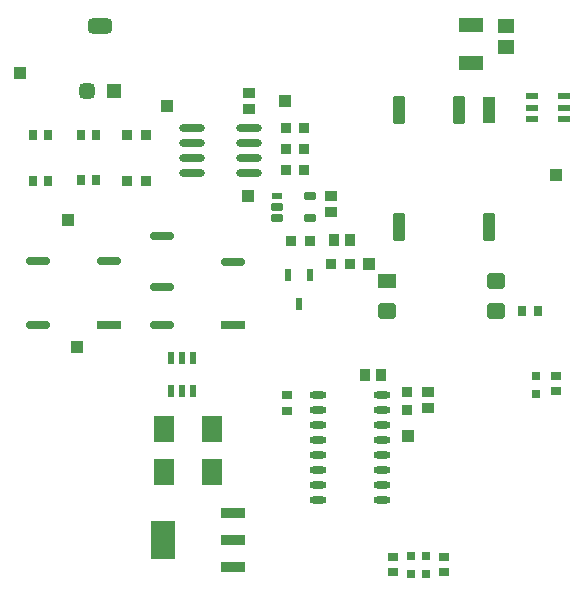
<source format=gtp>
G04 Layer_Color=8421504*
%FSLAX25Y25*%
%MOIN*%
G70*
G01*
G75*
%ADD10R,0.05512X0.04724*%
%ADD11R,0.03543X0.03937*%
%ADD12R,0.07000X0.08500*%
%ADD13R,0.03150X0.03150*%
%ADD14R,0.07874X0.02756*%
G04:AMPARAMS|DCode=15|XSize=27.56mil|YSize=78.74mil|CornerRadius=6.89mil|HoleSize=0mil|Usage=FLASHONLY|Rotation=90.000|XOffset=0mil|YOffset=0mil|HoleType=Round|Shape=RoundedRectangle|*
%AMROUNDEDRECTD15*
21,1,0.02756,0.06496,0,0,90.0*
21,1,0.01378,0.07874,0,0,90.0*
1,1,0.01378,0.03248,0.00689*
1,1,0.01378,0.03248,-0.00689*
1,1,0.01378,-0.03248,-0.00689*
1,1,0.01378,-0.03248,0.00689*
%
%ADD15ROUNDEDRECTD15*%
%ADD16R,0.07874X0.04724*%
%ADD17R,0.03937X0.02362*%
%ADD18R,0.02362X0.03937*%
%ADD19R,0.08268X0.12598*%
%ADD20R,0.08268X0.03543*%
%ADD21R,0.03543X0.03150*%
%ADD22R,0.03347X0.03347*%
%ADD23R,0.03150X0.03543*%
%ADD24R,0.03937X0.03937*%
%ADD25R,0.03937X0.03937*%
G04:AMPARAMS|DCode=26|XSize=39.37mil|YSize=90.16mil|CornerRadius=3.94mil|HoleSize=0mil|Usage=FLASHONLY|Rotation=180.000|XOffset=0mil|YOffset=0mil|HoleType=Round|Shape=RoundedRectangle|*
%AMROUNDEDRECTD26*
21,1,0.03937,0.08228,0,0,180.0*
21,1,0.03150,0.09016,0,0,180.0*
1,1,0.00787,-0.01575,0.04114*
1,1,0.00787,0.01575,0.04114*
1,1,0.00787,0.01575,-0.04114*
1,1,0.00787,-0.01575,-0.04114*
%
%ADD26ROUNDEDRECTD26*%
%ADD27R,0.03937X0.09016*%
%ADD28O,0.05709X0.02362*%
%ADD29O,0.08661X0.02362*%
G04:AMPARAMS|DCode=30|XSize=51.18mil|YSize=59.06mil|CornerRadius=6.4mil|HoleSize=0mil|Usage=FLASHONLY|Rotation=90.000|XOffset=0mil|YOffset=0mil|HoleType=Round|Shape=RoundedRectangle|*
%AMROUNDEDRECTD30*
21,1,0.05118,0.04626,0,0,90.0*
21,1,0.03839,0.05906,0,0,90.0*
1,1,0.01280,0.02313,0.01919*
1,1,0.01280,0.02313,-0.01919*
1,1,0.01280,-0.02313,-0.01919*
1,1,0.01280,-0.02313,0.01919*
%
%ADD30ROUNDEDRECTD30*%
%ADD31R,0.05906X0.05118*%
G04:AMPARAMS|DCode=32|XSize=23.62mil|YSize=37.4mil|CornerRadius=2.95mil|HoleSize=0mil|Usage=FLASHONLY|Rotation=90.000|XOffset=0mil|YOffset=0mil|HoleType=Round|Shape=RoundedRectangle|*
%AMROUNDEDRECTD32*
21,1,0.02362,0.03150,0,0,90.0*
21,1,0.01772,0.03740,0,0,90.0*
1,1,0.00591,0.01575,0.00886*
1,1,0.00591,0.01575,-0.00886*
1,1,0.00591,-0.01575,-0.00886*
1,1,0.00591,-0.01575,0.00886*
%
%ADD32ROUNDEDRECTD32*%
%ADD33R,0.03740X0.02362*%
G04:AMPARAMS|DCode=34|XSize=51.18mil|YSize=78.74mil|CornerRadius=12.8mil|HoleSize=0mil|Usage=FLASHONLY|Rotation=270.000|XOffset=0mil|YOffset=0mil|HoleType=Round|Shape=RoundedRectangle|*
%AMROUNDEDRECTD34*
21,1,0.05118,0.05315,0,0,270.0*
21,1,0.02559,0.07874,0,0,270.0*
1,1,0.02559,-0.02658,-0.01280*
1,1,0.02559,-0.02658,0.01280*
1,1,0.02559,0.02658,0.01280*
1,1,0.02559,0.02658,-0.01280*
%
%ADD34ROUNDEDRECTD34*%
G04:AMPARAMS|DCode=35|XSize=51.18mil|YSize=51.18mil|CornerRadius=12.8mil|HoleSize=0mil|Usage=FLASHONLY|Rotation=270.000|XOffset=0mil|YOffset=0mil|HoleType=Round|Shape=RoundedRectangle|*
%AMROUNDEDRECTD35*
21,1,0.05118,0.02559,0,0,270.0*
21,1,0.02559,0.05118,0,0,270.0*
1,1,0.02559,-0.01280,-0.01280*
1,1,0.02559,-0.01280,0.01280*
1,1,0.02559,0.01280,0.01280*
1,1,0.02559,0.01280,-0.01280*
%
%ADD35ROUNDEDRECTD35*%
%ADD36R,0.05118X0.05118*%
%ADD37R,0.03937X0.03543*%
%ADD38R,0.03347X0.03347*%
D10*
X168189Y-15905D02*
D03*
Y-8819D02*
D03*
D11*
X110701Y-80165D02*
D03*
X116016D02*
D03*
X126594Y-125161D02*
D03*
X121280D02*
D03*
D12*
X70130Y-143390D02*
D03*
X54130D02*
D03*
X70201Y-157709D02*
D03*
X54201D02*
D03*
D13*
X178173Y-131512D02*
D03*
Y-125606D02*
D03*
X141575Y-185706D02*
D03*
Y-191612D02*
D03*
X136323Y-185706D02*
D03*
Y-191612D02*
D03*
D14*
X35748Y-108614D02*
D03*
X77071Y-108661D02*
D03*
D15*
X35748Y-87354D02*
D03*
X12126D02*
D03*
Y-108614D02*
D03*
X77071Y-87402D02*
D03*
X53449Y-108661D02*
D03*
Y-96063D02*
D03*
Y-78740D02*
D03*
D16*
X156370Y-21252D02*
D03*
Y-8653D02*
D03*
D17*
X176732Y-32362D02*
D03*
Y-36102D02*
D03*
Y-39843D02*
D03*
X187480D02*
D03*
Y-36102D02*
D03*
Y-32362D02*
D03*
D18*
X99110Y-101413D02*
D03*
X95370Y-91965D02*
D03*
X102850D02*
D03*
X56315Y-130402D02*
D03*
X60055D02*
D03*
X63795D02*
D03*
Y-119653D02*
D03*
X60055D02*
D03*
X56315D02*
D03*
D19*
X53752Y-180339D02*
D03*
D20*
X76980Y-171283D02*
D03*
Y-180339D02*
D03*
Y-189394D02*
D03*
D21*
X184716Y-125602D02*
D03*
Y-130720D02*
D03*
X94988Y-137161D02*
D03*
Y-132043D02*
D03*
X147390Y-185811D02*
D03*
Y-190929D02*
D03*
X130547Y-185811D02*
D03*
Y-190929D02*
D03*
D22*
X100760Y-57032D02*
D03*
X94657D02*
D03*
X94736Y-42768D02*
D03*
X100839D02*
D03*
X116016Y-88228D02*
D03*
X109913D02*
D03*
X96598Y-80453D02*
D03*
X102701D02*
D03*
X48000Y-45153D02*
D03*
X41898D02*
D03*
X47992Y-60429D02*
D03*
X41890D02*
D03*
X94646Y-49779D02*
D03*
X100748D02*
D03*
D23*
X178701Y-103925D02*
D03*
X173583D02*
D03*
X15405Y-60429D02*
D03*
X10287D02*
D03*
X15405Y-45154D02*
D03*
X10287D02*
D03*
X31429Y-45098D02*
D03*
X26311D02*
D03*
X31429Y-60374D02*
D03*
X26311D02*
D03*
D24*
X94374Y-33968D02*
D03*
X6055Y-24638D02*
D03*
X184850Y-58728D02*
D03*
X122461Y-88232D02*
D03*
X82071Y-65488D02*
D03*
X55264Y-35626D02*
D03*
X22059Y-73425D02*
D03*
X25189Y-115744D02*
D03*
D25*
X135409Y-145614D02*
D03*
D26*
X132449Y-36937D02*
D03*
X152449D02*
D03*
X162449Y-75953D02*
D03*
X132449D02*
D03*
D27*
X162449Y-36937D02*
D03*
D28*
X126835Y-167043D02*
D03*
Y-162043D02*
D03*
Y-157043D02*
D03*
Y-152043D02*
D03*
Y-147043D02*
D03*
Y-142043D02*
D03*
Y-137043D02*
D03*
Y-132043D02*
D03*
X105378Y-167043D02*
D03*
Y-162043D02*
D03*
Y-157043D02*
D03*
Y-152043D02*
D03*
Y-147043D02*
D03*
Y-142043D02*
D03*
Y-137043D02*
D03*
Y-132043D02*
D03*
D29*
X82284Y-58043D02*
D03*
Y-53043D02*
D03*
Y-48043D02*
D03*
Y-43043D02*
D03*
X63386Y-58043D02*
D03*
Y-53043D02*
D03*
Y-48043D02*
D03*
Y-43043D02*
D03*
D30*
X164732Y-93937D02*
D03*
Y-103937D02*
D03*
X128512D02*
D03*
D31*
Y-93937D02*
D03*
D32*
X102764Y-73047D02*
D03*
Y-65567D02*
D03*
X91937Y-73047D02*
D03*
Y-69307D02*
D03*
D33*
Y-65567D02*
D03*
D34*
X32819Y-8858D02*
D03*
D35*
X28291Y-30512D02*
D03*
D36*
X37347D02*
D03*
D37*
X82583Y-36646D02*
D03*
Y-31331D02*
D03*
X109866Y-65610D02*
D03*
Y-70925D02*
D03*
X142110Y-136209D02*
D03*
Y-130894D02*
D03*
D38*
X135181Y-136996D02*
D03*
Y-130894D02*
D03*
M02*

</source>
